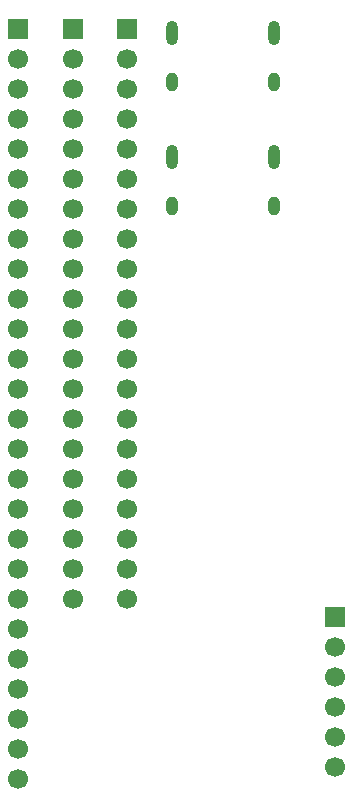
<source format=gbr>
%TF.GenerationSoftware,KiCad,Pcbnew,9.0.4*%
%TF.CreationDate,2025-09-08T22:46:10+10:00*%
%TF.ProjectId,simple-p4,73696d70-6c65-42d7-9034-2e6b69636164,rev?*%
%TF.SameCoordinates,Original*%
%TF.FileFunction,Copper,L2,Bot*%
%TF.FilePolarity,Positive*%
%FSLAX46Y46*%
G04 Gerber Fmt 4.6, Leading zero omitted, Abs format (unit mm)*
G04 Created by KiCad (PCBNEW 9.0.4) date 2025-09-08 22:46:10*
%MOMM*%
%LPD*%
G01*
G04 APERTURE LIST*
%TA.AperFunction,HeatsinkPad*%
%ADD10O,1.000000X2.100000*%
%TD*%
%TA.AperFunction,HeatsinkPad*%
%ADD11O,1.000000X1.600000*%
%TD*%
%TA.AperFunction,ComponentPad*%
%ADD12R,1.700000X1.700000*%
%TD*%
%TA.AperFunction,ComponentPad*%
%ADD13C,1.700000*%
%TD*%
G04 APERTURE END LIST*
D10*
%TO.P,J6,S1,SHIELD*%
%TO.N,GND*%
X98740000Y-66970000D03*
D11*
X98740000Y-71150000D03*
D10*
X107380000Y-66970000D03*
D11*
X107380000Y-71150000D03*
%TD*%
D10*
%TO.P,J5,S1,SHIELD*%
%TO.N,GND*%
X98740000Y-56500000D03*
D11*
X98740000Y-60680000D03*
D10*
X107380000Y-56500000D03*
D11*
X107380000Y-60680000D03*
%TD*%
D12*
%TO.P,J4,1,Pin_1*%
%TO.N,+3V3*%
X112530000Y-105920000D03*
D13*
%TO.P,J4,2,Pin_2*%
%TO.N,GPIO37{slash}U0TXD*%
X112530000Y-108460000D03*
%TO.P,J4,3,Pin_3*%
%TO.N,GPIO38{slash}U0RXD*%
X112530000Y-111000000D03*
%TO.P,J4,4,Pin_4*%
%TO.N,CHIP_PU*%
X112530000Y-113540000D03*
%TO.P,J4,5,Pin_5*%
%TO.N,GPIO35{slash}BOOT*%
X112530000Y-116080000D03*
%TO.P,J4,6,Pin_6*%
%TO.N,GND*%
X112530000Y-118620000D03*
%TD*%
D12*
%TO.P,J3,1,Pin_1*%
%TO.N,GPIO54*%
X94920000Y-56140000D03*
D13*
%TO.P,J3,2,Pin_2*%
%TO.N,GPIO53*%
X94920000Y-58680000D03*
%TO.P,J3,3,Pin_3*%
%TO.N,GND*%
X94920000Y-61220000D03*
%TO.P,J3,4,Pin_4*%
%TO.N,GPIO52*%
X94920000Y-63760000D03*
%TO.P,J3,5,Pin_5*%
%TO.N,GPIO51*%
X94920000Y-66300000D03*
%TO.P,J3,6,Pin_6*%
%TO.N,GPIO50*%
X94920000Y-68840000D03*
%TO.P,J3,7,Pin_7*%
%TO.N,GPIO49*%
X94920000Y-71380000D03*
%TO.P,J3,8,Pin_8*%
%TO.N,GND*%
X94920000Y-73920000D03*
%TO.P,J3,9,Pin_9*%
%TO.N,GPIO48*%
X94920000Y-76460000D03*
%TO.P,J3,10,Pin_10*%
%TO.N,GPIO47*%
X94920000Y-79000000D03*
%TO.P,J3,11,Pin_11*%
%TO.N,GPIO46*%
X94920000Y-81540000D03*
%TO.P,J3,12,Pin_12*%
%TO.N,GPIO45*%
X94920000Y-84080000D03*
%TO.P,J3,13,Pin_13*%
%TO.N,GPIO44*%
X94920000Y-86620000D03*
%TO.P,J3,14,Pin_14*%
%TO.N,GND*%
X94920000Y-89160000D03*
%TO.P,J3,15,Pin_15*%
%TO.N,GPIO43*%
X94920000Y-91700000D03*
%TO.P,J3,16,Pin_16*%
%TO.N,GPIO52*%
X94920000Y-94240000D03*
%TO.P,J3,17,Pin_17*%
%TO.N,GPIO41*%
X94920000Y-96780000D03*
%TO.P,J3,18,Pin_18*%
%TO.N,GPIO40*%
X94920000Y-99320000D03*
%TO.P,J3,19,Pin_19*%
%TO.N,GPIO39*%
X94920000Y-101860000D03*
%TO.P,J3,20,Pin_20*%
%TO.N,+3V3*%
X94920000Y-104400000D03*
%TD*%
D12*
%TO.P,J2,1,Pin_1*%
%TO.N,GPIO25*%
X90330000Y-56140000D03*
D13*
%TO.P,J2,2,Pin_2*%
%TO.N,GND*%
X90330000Y-58680000D03*
%TO.P,J2,3,Pin_3*%
%TO.N,GPIO26*%
X90330000Y-61220000D03*
%TO.P,J2,4,Pin_4*%
%TO.N,GPIO27*%
X90330000Y-63760000D03*
%TO.P,J2,5,Pin_5*%
%TO.N,GPIO28*%
X90330000Y-66300000D03*
%TO.P,J2,6,Pin_6*%
%TO.N,GPIO29*%
X90330000Y-68840000D03*
%TO.P,J2,7,Pin_7*%
%TO.N,GND*%
X90330000Y-71380000D03*
%TO.P,J2,8,Pin_8*%
%TO.N,GPIO30*%
X90330000Y-73920000D03*
%TO.P,J2,9,Pin_9*%
%TO.N,GPIO31*%
X90330000Y-76460000D03*
%TO.P,J2,10,Pin_10*%
%TO.N,GND*%
X90330000Y-79000000D03*
%TO.P,J2,11,Pin_11*%
%TO.N,GPIO32*%
X90330000Y-81540000D03*
%TO.P,J2,12,Pin_12*%
%TO.N,GPIO33*%
X90330000Y-84080000D03*
%TO.P,J2,13,Pin_13*%
%TO.N,GPIO34*%
X90330000Y-86620000D03*
%TO.P,J2,14,Pin_14*%
%TO.N,GPIO35{slash}BOOT*%
X90330000Y-89160000D03*
%TO.P,J2,15,Pin_15*%
%TO.N,GND*%
X90330000Y-91700000D03*
%TO.P,J2,16,Pin_16*%
%TO.N,GPIO36*%
X90330000Y-94240000D03*
%TO.P,J2,17,Pin_17*%
%TO.N,GPIO37{slash}U0TXD*%
X90330000Y-96780000D03*
%TO.P,J2,18,Pin_18*%
%TO.N,GPIO38{slash}U0RXD*%
X90330000Y-99320000D03*
%TO.P,J2,19,Pin_19*%
%TO.N,+3V3*%
X90330000Y-101860000D03*
%TO.P,J2,20,Pin_20*%
X90330000Y-104400000D03*
%TD*%
D12*
%TO.P,J1,1,Pin_1*%
%TO.N,GND*%
X85740000Y-56130000D03*
D13*
%TO.P,J1,2,Pin_2*%
%TO.N,GPIO2*%
X85740000Y-58670000D03*
%TO.P,J1,3,Pin_3*%
%TO.N,GPIO3*%
X85740000Y-61210000D03*
%TO.P,J1,4,Pin_4*%
%TO.N,GPIO4*%
X85740000Y-63750000D03*
%TO.P,J1,5,Pin_5*%
%TO.N,GPIO5*%
X85740000Y-66290000D03*
%TO.P,J1,6,Pin_6*%
%TO.N,GPIO6*%
X85740000Y-68830000D03*
%TO.P,J1,7,Pin_7*%
%TO.N,GPIO7*%
X85740000Y-71370000D03*
%TO.P,J1,8,Pin_8*%
%TO.N,GPIO8*%
X85740000Y-73910000D03*
%TO.P,J1,9,Pin_9*%
%TO.N,GND*%
X85740000Y-76450000D03*
%TO.P,J1,10,Pin_10*%
%TO.N,GPIO9*%
X85740000Y-78990000D03*
%TO.P,J1,11,Pin_11*%
%TO.N,GPIO10*%
X85740000Y-81530000D03*
%TO.P,J1,12,Pin_12*%
%TO.N,GPIO11*%
X85740000Y-84070000D03*
%TO.P,J1,13,Pin_13*%
%TO.N,GPIO12*%
X85740000Y-86610000D03*
%TO.P,J1,14,Pin_14*%
%TO.N,GPIO13*%
X85740000Y-89150000D03*
%TO.P,J1,15,Pin_15*%
%TO.N,GPIO14*%
X85740000Y-91690000D03*
%TO.P,J1,16,Pin_16*%
%TO.N,GPIO15*%
X85740000Y-94230000D03*
%TO.P,J1,17,Pin_17*%
%TO.N,GPIO16*%
X85740000Y-96770000D03*
%TO.P,J1,18,Pin_18*%
%TO.N,GPIO17*%
X85740000Y-99310000D03*
%TO.P,J1,19,Pin_19*%
%TO.N,GPIO18*%
X85740000Y-101850000D03*
%TO.P,J1,20,Pin_20*%
%TO.N,GPIO19*%
X85740000Y-104390000D03*
%TO.P,J1,21,Pin_21*%
%TO.N,GND*%
X85740000Y-106930000D03*
%TO.P,J1,22,Pin_22*%
%TO.N,GPIO20*%
X85740000Y-109470000D03*
%TO.P,J1,23,Pin_23*%
%TO.N,GPIO21*%
X85740000Y-112010000D03*
%TO.P,J1,24,Pin_24*%
%TO.N,GPIO22*%
X85740000Y-114550000D03*
%TO.P,J1,25,Pin_25*%
%TO.N,GPIO23*%
X85740000Y-117090000D03*
%TO.P,J1,26,Pin_26*%
%TO.N,+3V3*%
X85740000Y-119630000D03*
%TD*%
M02*

</source>
